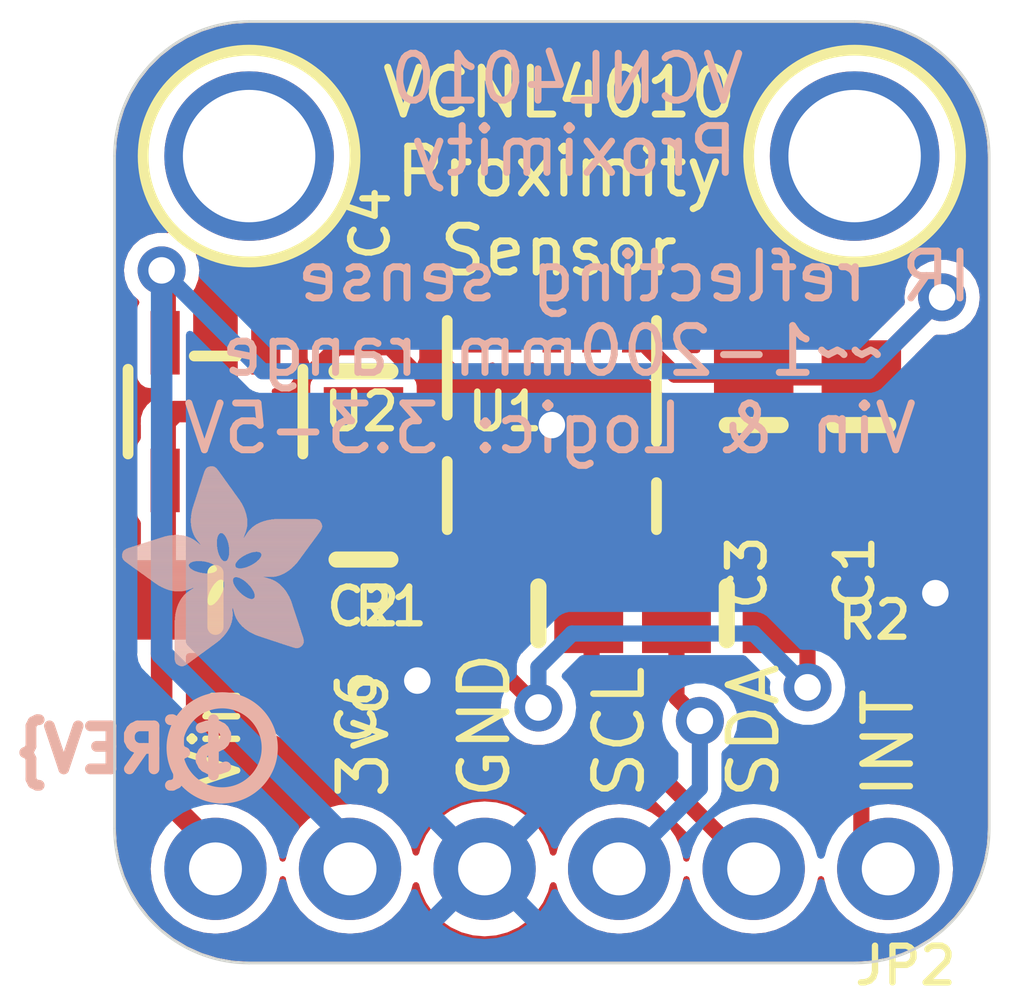
<source format=kicad_pcb>
(kicad_pcb (version 20221018) (generator pcbnew)
  (layers (0 "F.Cu" signal) (31 "B.Cu" signal) (34 "B.Paste" user) (35 "F.Paste" user) (36 "B.SilkS" user "B.Silkscreen") (37 "F.SilkS" user "F.Silkscreen") (38 "B.Mask" user) (39 "F.Mask" user) (44 "Edge.Cuts" user))
  (net 0 "")
  (net 1 "GND")
  (net 2 "3.3V")
  (net 3 "SDA")
  (net 4 "SCL")
  (net 5 "VIN")
  (net 6 "INT")
  (footprint "working:0805-NO" (layer "F.Cu") (at 142.1511 107.0356)
    (fp_text reference "C2" (at 2.032 0.127) (layer "F.SilkS") (effects (font (size 0.692831 0.692831) (thickness 0.119969)) (justify left)))
    (fp_text value "10uF")
    (pad "1" smd rect (at -0.95 0) (size 1.3 1.5) (layers "F.Cu" "F.Paste" "F.Mask") (net 5 "VIN"))
    (pad "2" smd rect (at 0.95 0) (size 1.3 1.5) (layers "F.Cu" "F.Paste" "F.Mask") (net 1 "GND"))
  )
  (footprint "working:0805-NO" (layer "F.Cu") (at 154.3431 103.7336 -90)
    (fp_text reference "C1" (at 2.032 0.127 90) (layer "F.SilkS") (effects (font (size 0.692831 0.692831) (thickness 0.119969)) (justify right)))
    (fp_text value "10uF")
    (pad "1" smd rect (at -0.95 0 270) (size 1.3 1.5) (layers "F.Cu" "F.Paste" "F.Mask") (net 2 "3.3V"))
    (pad "2" smd rect (at 0.95 0 270) (size 1.3 1.5) (layers "F.Cu" "F.Paste" "F.Mask") (net 1 "GND"))
  )
  (footprint "working:VCNL4010" (layer "F.Cu") (at 148.5011 103.7336)
    (fp_text reference "U1" (at -1.651 -0.254) (layer "F.SilkS") (effects (font (size 0.692831 0.692831) (thickness 0.119969)) (justify left)))
    (fp_text value "VCNL4010")
    (pad "1" smd rect (at -1.5 1.7725 90) (size 0.805 0.35) (layers "F.Cu" "F.Paste" "F.Mask") (net 5 "VIN"))
    (pad "2" smd rect (at -0.75 1.7725 90) (size 0.805 0.35) (layers "F.Cu" "F.Paste" "F.Mask"))
    (pad "3" smd rect (at 0 1.7725 90) (size 0.805 0.35) (layers "F.Cu" "F.Paste" "F.Mask"))
    (pad "4" smd rect (at 0.75 1.7725 90) (size 0.805 0.35) (layers "F.Cu" "F.Paste" "F.Mask") (net 3 "SDA"))
    (pad "5" smd rect (at 1.5 1.7725 90) (size 0.805 0.35) (layers "F.Cu" "F.Paste" "F.Mask") (net 4 "SCL"))
    (pad "6" smd rect (at 1.7725 0.8) (size 0.805 0.4) (layers "F.Cu" "F.Paste" "F.Mask") (net 6 "INT"))
    (pad "7" smd rect (at 1.5 -1.7725 270) (size 0.805 0.35) (layers "F.Cu" "F.Paste" "F.Mask") (net 2 "3.3V"))
    (pad "8" smd rect (at 0.75 -1.7725 270) (size 0.805 0.35) (layers "F.Cu" "F.Paste" "F.Mask"))
    (pad "9" smd rect (at 0 -1.7725 270) (size 0.805 0.35) (layers "F.Cu" "F.Paste" "F.Mask"))
    (pad "10" smd rect (at -0.75 -1.7725 270) (size 0.805 0.35) (layers "F.Cu" "F.Paste" "F.Mask"))
    (pad "11" smd rect (at -1.5 -1.7725 270) (size 0.805 0.35) (layers "F.Cu" "F.Paste" "F.Mask"))
    (pad "12" smd rect (at -1.7725 0.175) (size 0.805 0.4) (layers "F.Cu" "F.Paste" "F.Mask") (net 1 "GND"))
    (pad "13" smd rect (at 1.7725 0) (size 0.805 0.4) (layers "F.Cu" "F.Paste" "F.Mask") (net 1 "GND"))
  )
  (footprint "working:0805-NO" (layer "F.Cu") (at 148.2471 107.2896 180)
    (fp_text reference "R1" (at 2.032 0.127) (layer "F.SilkS") (effects (font (size 0.692831 0.692831) (thickness 0.119969)) (justify right)))
    (fp_text value "10K")
    (pad "1" smd rect (at -0.95 0 180) (size 1.3 1.5) (layers "F.Cu" "F.Paste" "F.Mask") (net 3 "SDA"))
    (pad "2" smd rect (at 0.95 0 180) (size 1.3 1.5) (layers "F.Cu" "F.Paste" "F.Mask") (net 5 "VIN"))
  )
  (footprint "working:SOT23-5" (layer "F.Cu") (at 142.1511 103.4796)
    (fp_text reference "U2" (at 1.978 0) (layer "F.SilkS") (effects (font (size 0.692831 0.692831) (thickness 0.119969)) (justify left)))
    (fp_text value "MIC5225-3.3")
    (pad "1" smd rect (at -0.95 1.3001) (size 0.55 1.2) (layers "F.Cu" "F.Paste" "F.Mask") (net 5 "VIN"))
    (pad "2" smd rect (at 0 1.3001) (size 0.55 1.2) (layers "F.Cu" "F.Paste" "F.Mask") (net 1 "GND"))
    (pad "3" smd rect (at 0.95 1.3001) (size 0.55 1.2) (layers "F.Cu" "F.Paste" "F.Mask") (net 5 "VIN"))
    (pad "4" smd rect (at 0.95 -1.3001) (size 0.55 1.2) (layers "F.Cu" "F.Paste" "F.Mask"))
    (pad "5" smd rect (at -0.95 -1.3001) (size 0.55 1.2) (layers "F.Cu" "F.Paste" "F.Mask") (net 2 "3.3V"))
  )
  (footprint "working:0805-NO" (layer "F.Cu") (at 144.9451 106.2736 -90)
    (fp_text reference "C6" (at 2.032 0.127 90) (layer "F.SilkS") (effects (font (size 0.692831 0.692831) (thickness 0.119969)) (justify right)))
    (fp_text value "0.1uF")
    (pad "1" smd rect (at -0.95 0 270) (size 1.3 1.5) (layers "F.Cu" "F.Paste" "F.Mask") (net 5 "VIN"))
    (pad "2" smd rect (at 0.95 0 270) (size 1.3 1.5) (layers "F.Cu" "F.Paste" "F.Mask") (net 1 "GND"))
  )
  (footprint "working:FIDUCIAL_1MM" (layer "F.Cu") (at 143.6751 108.9406)
    (fp_text reference "U$7" hide)
    (fp_text value "FIDUCIAL\"\"" hide)
    (pad "1" smd roundrect (at 0 0) (size 1 1) (layers "F.Cu" "F.Mask") (roundrect_rratio 0.5))
  )
  (footprint "working:1X06_ROUND_76" (layer "F.Cu") (at 148.5011 112.1156 180)
    (fp_text reference "JP2" (at -7.6962 -1.8288) (layer "F.SilkS") (effects (font (size 0.692831 0.692831) (thickness 0.119969)) (justify right)))
    (fp_text value "")
    (pad "1" thru_hole circle (at -6.35 0 270) (size 1.9304 1.9304) (drill 1) (layers "*.Cu" "*.Mask") (net 6 "INT"))
    (pad "2" thru_hole circle (at -3.81 0 270) (size 1.9304 1.9304) (drill 1) (layers "*.Cu" "*.Mask") (net 3 "SDA"))
    (pad "3" thru_hole circle (at -1.27 0 270) (size 1.9304 1.9304) (drill 1) (layers "*.Cu" "*.Mask") (net 4 "SCL"))
    (pad "4" thru_hole circle (at 1.27 0 270) (size 1.9304 1.9304) (drill 1) (layers "*.Cu" "*.Mask") (net 1 "GND"))
    (pad "5" thru_hole circle (at 3.81 0 270) (size 1.9304 1.9304) (drill 1) (layers "*.Cu" "*.Mask") (net 2 "3.3V"))
    (pad "6" thru_hole circle (at 6.35 0 270) (size 1.9304 1.9304) (drill 1) (layers "*.Cu" "*.Mask") (net 5 "VIN"))
  )
  (footprint "working:0805-NO" (layer "F.Cu") (at 152.3111 103.7336 -90)
    (fp_text reference "C3" (at 2.032 0.127 90) (layer "F.SilkS") (effects (font (size 0.692831 0.692831) (thickness 0.119969)) (justify right)))
    (fp_text value "0.1uF")
    (pad "1" smd rect (at -0.95 0 270) (size 1.3 1.5) (layers "F.Cu" "F.Paste" "F.Mask") (net 2 "3.3V"))
    (pad "2" smd rect (at 0.95 0 270) (size 1.3 1.5) (layers "F.Cu" "F.Paste" "F.Mask") (net 1 "GND"))
  )
  (footprint "working:MOUNTINGHOLE_2.5_PLATED" (layer "F.Cu") (at 154.2161 98.6536)
    (fp_text reference "U$6" hide)
    (fp_text value "MOUNTINGHOLE2.5" hide)
    (pad "P$1" thru_hole circle (at 0 0) (size 3.2 3.2) (drill 2.5) (layers "*.Cu" "*.Mask"))
    (zone (net 0) (net_name "") (layer "F.Cu") (connect_pads (clearance 0)) (min_thickness 0.25)
      (keepout (tracks not_allowed) (vias not_allowed) (pads not_allowed) (copperpour not_allowed) (footprints allowed))
      (fill (thermal_gap 0.5) (thermal_bridge_width 0.5))
      (polygon (pts (xy 156.2321 98.6536) (xy 156.21248 98.373027) (xy 156.154004 98.097915) (xy 156.057808 97.833619) (xy 155.925765 97.585283) (xy 155.760446 97.35774) (xy 155.565067 97.15542) (xy 155.343433 96.98226) (xy 155.099856 96.841631) (xy 154.839078 96.73627) (xy 154.566175 96.668228) (xy 154.286457 96.638828) (xy 154.005371 96.648644) (xy 153.728385 96.697484) (xy 153.460893 96.784397) (xy 153.2081 96.907693) (xy 152.974926 97.06497) (xy 152.765911 97.253169) (xy 152.585122 97.468625) (xy 152.436078 97.707145) (xy 152.32168 97.964087) (xy 152.244154 98.23445) (xy 152.205011 98.512971) (xy 152.205011 98.794229) (xy 152.244154 99.07275) (xy 152.32168 99.343113) (xy 152.436078 99.600055) (xy 152.585122 99.838575) (xy 152.765911 100.054031) (xy 152.974926 100.24223) (xy 153.2081 100.399507) (xy 153.460893 100.522803) (xy 153.728385 100.609716) (xy 154.005371 100.658556) (xy 154.286457 100.668372) (xy 154.566175 100.638972) (xy 154.839078 100.57093) (xy 155.099856 100.465569) (xy 155.343433 100.32494) (xy 155.565067 100.15178) (xy 155.760446 99.94946) (xy 155.925765 99.721917) (xy 156.057808 99.473581) (xy 156.154004 99.209285) (xy 156.21248 98.934173)))
      (polygon (pts (xy 154.2001 98.6536) (xy 154.204786 98.664914) (xy 154.2161 98.6696) (xy 154.227414 98.664914) (xy 154.2321 98.6536) (xy 154.227414 98.642286) (xy 154.2161 98.6376) (xy 154.204786 98.642286)))
    )
    (zone (net 0) (net_name "") (layer "B.Cu") (connect_pads (clearance 0)) (min_thickness 0.25)
      (keepout (tracks not_allowed) (vias not_allowed) (pads not_allowed) (copperpour not_allowed) (footprints allowed))
      (fill (thermal_gap 0.5) (thermal_bridge_width 0.5))
      (polygon (pts (xy 156.2321 98.6536) (xy 156.21248 98.373027) (xy 156.154004 98.097915) (xy 156.057808 97.833619) (xy 155.925765 97.585283) (xy 155.760446 97.35774) (xy 155.565067 97.15542) (xy 155.343433 96.98226) (xy 155.099856 96.841631) (xy 154.839078 96.73627) (xy 154.566175 96.668228) (xy 154.286457 96.638828) (xy 154.005371 96.648644) (xy 153.728385 96.697484) (xy 153.460893 96.784397) (xy 153.2081 96.907693) (xy 152.974926 97.06497) (xy 152.765911 97.253169) (xy 152.585122 97.468625) (xy 152.436078 97.707145) (xy 152.32168 97.964087) (xy 152.244154 98.23445) (xy 152.205011 98.512971) (xy 152.205011 98.794229) (xy 152.244154 99.07275) (xy 152.32168 99.343113) (xy 152.436078 99.600055) (xy 152.585122 99.838575) (xy 152.765911 100.054031) (xy 152.974926 100.24223) (xy 153.2081 100.399507) (xy 153.460893 100.522803) (xy 153.728385 100.609716) (xy 154.005371 100.658556) (xy 154.286457 100.668372) (xy 154.566175 100.638972) (xy 154.839078 100.57093) (xy 155.099856 100.465569) (xy 155.343433 100.32494) (xy 155.565067 100.15178) (xy 155.760446 99.94946) (xy 155.925765 99.721917) (xy 156.057808 99.473581) (xy 156.154004 99.209285) (xy 156.21248 98.934173)))
      (polygon (pts (xy 154.2001 98.6536) (xy 154.204786 98.664914) (xy 154.2161 98.6696) (xy 154.227414 98.664914) (xy 154.2321 98.6536) (xy 154.227414 98.642286) (xy 154.2161 98.6376) (xy 154.204786 98.642286)))
    )
  )
  (footprint "working:0805-NO" (layer "F.Cu") (at 144.9451 102.7176 90)
    (fp_text reference "C4" (at 2.032 0.127 90) (layer "F.SilkS") (effects (font (size 0.692831 0.692831) (thickness 0.119969)) (justify left)))
    (fp_text value "10uF")
    (pad "1" smd rect (at -0.95 0 90) (size 1.3 1.5) (layers "F.Cu" "F.Paste" "F.Mask") (net 5 "VIN"))
    (pad "2" smd rect (at 0.95 0 90) (size 1.3 1.5) (layers "F.Cu" "F.Paste" "F.Mask") (net 1 "GND"))
  )
  (footprint "working:FIDUCIAL_1MM" (layer "F.Cu") (at 152.0571 100.9396)
    (fp_text reference "U$8" hide)
    (fp_text value "FIDUCIAL\"\"" hide)
    (pad "1" smd roundrect (at 0 0) (size 1 1) (layers "F.Cu" "F.Mask") (roundrect_rratio 0.5))
  )
  (footprint "working:0805-NO" (layer "F.Cu") (at 151.8031 107.2896)
    (fp_text reference "R2" (at 2.032 0.127) (layer "F.SilkS") (effects (font (size 0.692831 0.692831) (thickness 0.119969)) (justify left)))
    (fp_text value "10K")
    (pad "1" smd rect (at -0.95 0) (size 1.3 1.5) (layers "F.Cu" "F.Paste" "F.Mask") (net 4 "SCL"))
    (pad "2" smd rect (at 0.95 0) (size 1.3 1.5) (layers "F.Cu" "F.Paste" "F.Mask") (net 5 "VIN"))
  )
  (footprint "working:MOUNTINGHOLE_2.5_PLATED" (layer "F.Cu") (at 142.7861 98.6536)
    (fp_text reference "U$5" hide)
    (fp_text value "MOUNTINGHOLE2.5" hide)
    (pad "P$1" thru_hole circle (at 0 0) (size 3.2 3.2) (drill 2.5) (layers "*.Cu" "*.Mask"))
    (zone (net 0) (net_name "") (layer "F.Cu") (connect_pads (clearance 0)) (min_thickness 0.25)
      (keepout (tracks not_allowed) (vias not_allowed) (pads not_allowed) (copperpour not_allowed) (footprints allowed))
      (fill (thermal_gap 0.5) (thermal_bridge_width 0.5))
      (polygon (pts (xy 144.8021 98.6536) (xy 144.78248 98.373027) (xy 144.724004 98.097915) (xy 144.627808 97.833619) (xy 144.495765 97.585283) (xy 144.330446 97.35774) (xy 144.135067 97.15542) (xy 143.913433 96.98226) (xy 143.669856 96.841631) (xy 143.409078 96.73627) (xy 143.136175 96.668228) (xy 142.856457 96.638828) (xy 142.575371 96.648644) (xy 142.298385 96.697484) (xy 142.030893 96.784397) (xy 141.7781 96.907693) (xy 141.544926 97.06497) (xy 141.335911 97.253169) (xy 141.155122 97.468625) (xy 141.006078 97.707145) (xy 140.89168 97.964087) (xy 140.814154 98.23445) (xy 140.775011 98.512971) (xy 140.775011 98.794229) (xy 140.814154 99.07275) (xy 140.89168 99.343113) (xy 141.006078 99.600055) (xy 141.155122 99.838575) (xy 141.335911 100.054031) (xy 141.544926 100.24223) (xy 141.7781 100.399507) (xy 142.030893 100.522803) (xy 142.298385 100.609716) (xy 142.575371 100.658556) (xy 142.856457 100.668372) (xy 143.136175 100.638972) (xy 143.409078 100.57093) (xy 143.669856 100.465569) (xy 143.913433 100.32494) (xy 144.135067 100.15178) (xy 144.330446 99.94946) (xy 144.495765 99.721917) (xy 144.627808 99.473581) (xy 144.724004 99.209285) (xy 144.78248 98.934173)))
      (polygon (pts (xy 142.7701 98.6536) (xy 142.774786 98.664914) (xy 142.7861 98.6696) (xy 142.797414 98.664914) (xy 142.8021 98.6536) (xy 142.797414 98.642286) (xy 142.7861 98.6376) (xy 142.774786 98.642286)))
    )
    (zone (net 0) (net_name "") (layer "B.Cu") (connect_pads (clearance 0)) (min_thickness 0.25)
      (keepout (tracks not_allowed) (vias not_allowed) (pads not_allowed) (copperpour not_allowed) (footprints allowed))
      (fill (thermal_gap 0.5) (thermal_bridge_width 0.5))
      (polygon (pts (xy 144.8021 98.6536) (xy 144.78248 98.373027) (xy 144.724004 98.097915) (xy 144.627808 97.833619) (xy 144.495765 97.585283) (xy 144.330446 97.35774) (xy 144.135067 97.15542) (xy 143.913433 96.98226) (xy 143.669856 96.841631) (xy 143.409078 96.73627) (xy 143.136175 96.668228) (xy 142.856457 96.638828) (xy 142.575371 96.648644) (xy 142.298385 96.697484) (xy 142.030893 96.784397) (xy 141.7781 96.907693) (xy 141.544926 97.06497) (xy 141.335911 97.253169) (xy 141.155122 97.468625) (xy 141.006078 97.707145) (xy 140.89168 97.964087) (xy 140.814154 98.23445) (xy 140.775011 98.512971) (xy 140.775011 98.794229) (xy 140.814154 99.07275) (xy 140.89168 99.343113) (xy 141.006078 99.600055) (xy 141.155122 99.838575) (xy 141.335911 100.054031) (xy 141.544926 100.24223) (xy 141.7781 100.399507) (xy 142.030893 100.522803) (xy 142.298385 100.609716) (xy 142.575371 100.658556) (xy 142.856457 100.668372) (xy 143.136175 100.638972) (xy 143.409078 100.57093) (xy 143.669856 100.465569) (xy 143.913433 100.32494) (xy 144.135067 100.15178) (xy 144.330446 99.94946) (xy 144.495765 99.721917) (xy 144.627808 99.473581) (xy 144.724004 99.209285) (xy 144.78248 98.934173)))
      (polygon (pts (xy 142.7701 98.6536) (xy 142.774786 98.664914) (xy 142.7861 98.6696) (xy 142.797414 98.664914) (xy 142.8021 98.6536) (xy 142.797414 98.642286) (xy 142.7861 98.6376) (xy 142.774786 98.642286)))
    )
  )
  (footprint "working:ADAFRUIT_3.5MM" (layer "B.Cu") (at 144.1831 108.3056 180)
    (fp_text reference "U$14" hide)
    (fp_text value "" hide)
  )
  (footprint "working:PCBFEAT-REV-040" (layer "B.Cu") (at 142.2781 109.8296 180)
    (fp_text reference "U$13" hide)
    (fp_text value "" hide)
    (fp_text user "${REV}" (at -0.3556 -0.508) (layer "B.SilkS") (effects (font (size 0.8128 0.8128) (thickness 0.2032)) (justify left bottom mirror)))
  )
  (gr_line (start 154.2161 113.8936) (end 142.7861 113.8936) (stroke (width 0.05)) (layer "Edge.Cuts"))
  (gr_line (start 142.7861 96.1136) (end 154.2161 96.1136) (stroke (width 0.05)) (layer "Edge.Cuts"))
  (gr_line (start 140.2461 111.3536) (end 140.2461 98.6536) (stroke (width 0.05)) (layer "Edge.Cuts"))
  (gr_arc (start 156.7561 111.3536) (mid 156.012151 113.149651) (end 154.2161 113.8936) (stroke (width 0.05)) (layer "Edge.Cuts"))
  (gr_arc (start 154.2161 96.1136) (mid 156.012151 96.857549) (end 156.7561 98.6536) (stroke (width 0.05)) (layer "Edge.Cuts"))
  (gr_arc (start 142.7861 113.8936) (mid 140.990049 113.149651) (end 140.2461 111.3536) (stroke (width 0.05)) (layer "Edge.Cuts"))
  (gr_arc (start 140.2461 98.6536) (mid 140.990049 96.857549) (end 142.7861 96.1136) (stroke (width 0.05)) (layer "Edge.Cuts"))
  (gr_line (start 156.7561 98.6536) (end 156.7561 111.3536) (stroke (width 0.05)) (layer "Edge.Cuts"))
  (gr_text "Proximity" (at 152.0721 99.0766) (layer "B.SilkS") (effects (font (size 0.88392 0.88392) (thickness 0.13208)) (justify left bottom mirror)))
  (gr_text "Vin & Logic: 3.3-5V" (at 148.4671 103.7986) (layer "B.SilkS") (effects (font (size 0.88392 0.88392) (thickness 0.13208)) (justify mirror)))
  (gr_text "~~1-200mm range" (at 148.5011 102.3366) (layer "B.SilkS") (effects (font (size 0.88392 0.88392) (thickness 0.13208)) (justify mirror)))
  (gr_text "IR reflecting sense" (at 156.5021 101.4476) (layer "B.SilkS") (effects (font (size 0.88392 0.88392) (thickness 0.13208)) (justify left bottom mirror)))
  (gr_text "VCNL4010" (at 152.1991 97.7116) (layer "B.SilkS") (effects (font (size 0.88392 0.88392) (thickness 0.13208)) (justify left bottom mirror)))
  (gr_text "Vin" (at 142.1511 110.7186 90) (layer "F.SilkS") (effects (font (size 0.89408 0.89408) (thickness 0.12192)) (justify left)))
  (gr_text "GND" (at 147.2311 110.8456 90) (layer "F.SilkS") (effects (font (size 0.89408 0.89408) (thickness 0.12192)) (justify left)))
  (gr_text "Proximity" (at 148.6431 98.9496) (layer "F.SilkS") (effects (font (size 0.88392 0.88392) (thickness 0.13208))))
  (gr_text "VCNL4010" (at 148.6431 97.4576) (layer "F.SilkS") (effects (font (size 0.88392 0.88392) (thickness 0.13208))))
  (gr_text "Sensor" (at 148.6271 100.4416) (layer "F.SilkS") (effects (font (size 0.88392 0.88392) (thickness 0.13208))))
  (gr_text "SDA" (at 152.3111 110.8456 90) (layer "F.SilkS") (effects (font (size 0.89408 0.89408) (thickness 0.12192)) (justify left)))
  (gr_text "3vo" (at 144.9451 110.8456 90) (layer "F.SilkS") (effects (font (size 0.89408 0.89408) (thickness 0.12192)) (justify left)))
  (gr_text "INT" (at 154.8511 110.8456 90) (layer "F.SilkS") (effects (font (size 0.89408 0.89408) (thickness 0.12192)) (justify left)))
  (gr_text "SCL" (at 149.7711 110.8456 90) (layer "F.SilkS") (effects (font (size 0.89408 0.89408) (thickness 0.12192)) (justify left)))
  (via (at 155.7401 106.9086) (size 0.9064) (drill 0.5) (layers "F.Cu" "B.Cu") (net 1))
  (via (at 148.5011 103.7336) (size 0.9064) (drill 0.5) (layers "F.Cu" "B.Cu") (net 1))
  (via (at 145.9611 108.5596) (size 0.9064) (drill 0.5) (layers "F.Cu" "B.Cu") (net 1))
  (segment (start 150.0011 101.9611) (end 150.8236 102.7836) (width 0.3048) (layer "F.Cu") (net 2))
  (segment (start 150.8236 102.7836) (end 152.3111 102.7836) (width 0.3048) (layer "F.Cu") (net 2))
  (segment (start 141.2011 100.8786) (end 141.1351 100.8126) (width 0.4064) (layer "F.Cu") (net 2))
  (segment (start 154.3431 102.7836) (end 154.4041 102.7836) (width 0.3048) (layer "F.Cu") (net 2))
  (segment (start 152.3111 102.7836) (end 154.3431 102.7836) (width 0.4064) (layer "F.Cu") (net 2))
  (segment (start 154.4041 102.7836) (end 155.8671 101.3206) (width 0.3048) (layer "F.Cu") (net 2))
  (segment (start 141.2011 102.1795) (end 141.2011 100.8786) (width 0.4064) (layer "F.Cu") (net 2))
  (via (at 155.8671 101.3206) (size 0.9064) (drill 0.5) (layers "F.Cu" "B.Cu") (net 2))
  (via (at 141.1351 100.8126) (size 0.9064) (drill 0.5) (layers "F.Cu" "B.Cu") (net 2))
  (segment (start 141.1351 100.8126) (end 141.1351 108.0516) (width 0.4064) (layer "B.Cu") (net 2))
  (segment (start 144.6911 111.6076) (end 144.6911 112.1156) (width 0.4064) (layer "B.Cu") (net 2))
  (segment (start 144.6911 112.0546) (end 144.6911 112.1156) (width 0.3048) (layer "B.Cu") (net 2))
  (segment (start 141.1351 108.0516) (end 144.6911 111.6076) (width 0.4064) (layer "B.Cu") (net 2))
  (segment (start 155.8671 101.3206) (end 154.4701 102.7176) (width 0.3048) (layer "B.Cu") (net 2))
  (segment (start 143.0401 102.7176) (end 141.1351 100.8126) (width 0.3048) (layer "B.Cu") (net 2))
  (segment (start 154.4701 102.7176) (end 143.0401 102.7176) (width 0.3048) (layer "B.Cu") (net 2))
  (segment (start 149.2511 109.0556) (end 152.3111 112.1156) (width 0.3048) (layer "F.Cu") (net 3))
  (segment (start 149.2511 105.5061) (end 149.2511 107.2896) (width 0.3048) (layer "F.Cu") (net 3))
  (segment (start 149.2511 107.2896) (end 149.2511 109.0556) (width 0.3048) (layer "F.Cu") (net 3))
  (segment (start 149.2511 107.2896) (end 149.1971 107.2896) (width 0.3048) (layer "F.Cu") (net 3))
  (segment (start 150.8531 106.3396) (end 150.8531 107.2896) (width 0.3048) (layer "F.Cu") (net 4))
  (segment (start 150.8531 107.2896) (end 150.8531 108.8796) (width 0.3048) (layer "F.Cu") (net 4))
  (segment (start 150.8531 108.8796) (end 151.2951 109.3216) (width 0.3048) (layer "F.Cu") (net 4))
  (segment (start 150.0196 105.5061) (end 150.8531 106.3396) (width 0.3048) (layer "F.Cu") (net 4))
  (segment (start 150.0011 105.5061) (end 150.0196 105.5061) (width 0.3048) (layer "F.Cu") (net 4))
  (via (at 151.2951 109.3216) (size 0.9064) (drill 0.5) (layers "F.Cu" "B.Cu") (net 4))
  (segment (start 151.2951 109.3216) (end 151.2951 110.5916) (width 0.3048) (layer "B.Cu") (net 4))
  (segment (start 151.2951 110.5916) (end 149.7711 112.1156) (width 0.3048) (layer "B.Cu") (net 4))
  (segment (start 141.3891 103.4796) (end 141.2011 103.6676) (width 0.4064) (layer "F.Cu") (net 5))
  (segment (start 147.0011 105.5061) (end 146.8186 105.3236) (width 0.3048) (layer "F.Cu") (net 5))
  (segment (start 143.1011 103.6676) (end 142.9131 103.4796) (width 0.4064) (layer "F.Cu") (net 5))
  (segment (start 142.1511 112.1156) (end 142.1511 111.7346) (width 0.4064) (layer "F.Cu") (net 5))
  (segment (start 147.2971 108.1176) (end 147.2971 107.2896) (width 0.3048) (layer "F.Cu") (net 5))
  (segment (start 142.1511 111.7346) (end 141.1351 110.7186) (width 0.4064) (layer "F.Cu") (net 5))
  (segment (start 141.2011 103.6676) (end 141.2011 104.7797) (width 0.4064) (layer "F.Cu") (net 5))
  (segment (start 141.1351 110.7186) (end 141.1351 107.1016) (width 0.4064) (layer "F.Cu") (net 5))
  (segment (start 146.8186 105.3236) (end 144.9451 105.3236) (width 0.3048) (layer "F.Cu") (net 5))
  (segment (start 142.9131 103.4796) (end 141.3891 103.4796) (width 0.4064) (layer "F.Cu") (net 5))
  (segment (start 143.1011 104.7797) (end 143.1011 103.6676) (width 0.4064) (layer "F.Cu") (net 5))
  (segment (start 147.0011 106.9936) (end 147.2971 107.2896) (width 0.3048) (layer "F.Cu") (net 5))
  (segment (start 141.1351 107.1016) (end 141.2011 107.0356) (width 0.4064) (layer "F.Cu") (net 5))
  (segment (start 144.9451 103.6676) (end 143.1011 103.6676) (width 0.4064) (layer "F.Cu") (net 5))
  (segment (start 153.3271 107.8636) (end 153.3271 108.6866) (width 0.3048) (layer "F.Cu") (net 5))
  (segment (start 144.9451 103.6676) (end 144.9451 105.3236) (width 0.4064) (layer "F.Cu") (net 5))
  (segment (start 152.7531 107.2896) (end 153.3271 107.8636) (width 0.3048) (layer "F.Cu") (net 5))
  (segment (start 148.2471 109.0676) (end 147.2971 108.1176) (width 0.3048) (layer "F.Cu") (net 5))
  (segment (start 147.0011 105.5061) (end 147.0011 106.9936) (width 0.3048) (layer "F.Cu") (net 5))
  (segment (start 141.2011 107.0356) (end 141.2011 104.7797) (width 0.4064) (layer "F.Cu") (net 5))
  (via (at 153.3271 108.6866) (size 0.9064) (drill 0.5) (layers "F.Cu" "B.Cu") (net 5))
  (via (at 148.2471 109.0676) (size 0.9064) (drill 0.5) (layers "F.Cu" "B.Cu") (net 5))
  (segment (start 148.8821 107.6706) (end 148.2471 108.3056) (width 0.3048) (layer "B.Cu") (net 5))
  (segment (start 153.3271 108.6866) (end 152.3111 107.6706) (width 0.3048) (layer "B.Cu") (net 5))
  (segment (start 152.3111 107.6706) (end 148.8821 107.6706) (width 0.3048) (layer "B.Cu") (net 5))
  (segment (start 148.2471 108.3056) (end 148.2471 109.0676) (width 0.3048) (layer "B.Cu") (net 5))
  (segment (start 150.2736 104.6171) (end 151.6761 106.0196) (width 0.3048) (layer "F.Cu") (net 6))
  (segment (start 151.6761 106.0196) (end 153.5811 106.0196) (width 0.3048) (layer "F.Cu") (net 6))
  (segment (start 154.3431 111.6076) (end 154.8511 112.1156) (width 0.3048) (layer "F.Cu") (net 6))
  (segment (start 150.2736 104.5336) (end 150.2736 104.6171) (width 0.3048) (layer "F.Cu") (net 6))
  (segment (start 154.3431 106.7816) (end 154.3431 111.6076) (width 0.3048) (layer "F.Cu") (net 6))
  (segment (start 153.5811 106.0196) (end 154.3431 106.7816) (width 0.3048) (layer "F.Cu") (net 6))
  (zone (net 1) (net_name "GND") (layer "F.Cu") (priority 6) (connect_pads (clearance 0.254)) (min_thickness 0.127) (fill yes (thermal_gap 0.304) (thermal_bridge_width 0.304))
    (polygon (pts (xy 157.149203 114.0206) (xy 139.9921 114.0206) (xy 139.9921 95.974544) (xy 157.27801 95.845643)))
  )
  (zone (net 1) (net_name "GND") (layer "B.Cu") (priority 6) (connect_pads (clearance 0.254)) (min_thickness 0.1524) (fill yes (thermal_gap 0.3548) (thermal_bridge_width 0.3548))
    (polygon (pts (xy 157.288431 113.917875) (xy 139.9667 114.047142) (xy 139.9667 95.835325) (xy 157.417593 95.706059)))
  )
)
</source>
